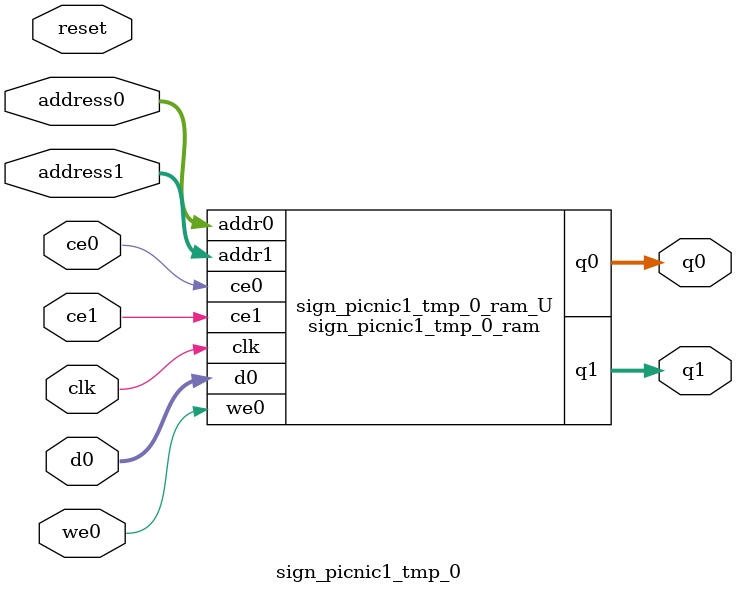
<source format=v>
`timescale 1 ns / 1 ps
module sign_picnic1_tmp_0_ram (addr0, ce0, d0, we0, q0, addr1, ce1, q1,  clk);

parameter DWIDTH = 8;
parameter AWIDTH = 6;
parameter MEM_SIZE = 36;

input[AWIDTH-1:0] addr0;
input ce0;
input[DWIDTH-1:0] d0;
input we0;
output reg[DWIDTH-1:0] q0;
input[AWIDTH-1:0] addr1;
input ce1;
output reg[DWIDTH-1:0] q1;
input clk;

(* ram_style = "distributed" *)reg [DWIDTH-1:0] ram[0:MEM_SIZE-1];




always @(posedge clk)  
begin 
    if (ce0) begin
        if (we0) 
            ram[addr0] <= d0; 
        q0 <= ram[addr0];
    end
end


always @(posedge clk)  
begin 
    if (ce1) begin
        q1 <= ram[addr1];
    end
end


endmodule

`timescale 1 ns / 1 ps
module sign_picnic1_tmp_0(
    reset,
    clk,
    address0,
    ce0,
    we0,
    d0,
    q0,
    address1,
    ce1,
    q1);

parameter DataWidth = 32'd8;
parameter AddressRange = 32'd36;
parameter AddressWidth = 32'd6;
input reset;
input clk;
input[AddressWidth - 1:0] address0;
input ce0;
input we0;
input[DataWidth - 1:0] d0;
output[DataWidth - 1:0] q0;
input[AddressWidth - 1:0] address1;
input ce1;
output[DataWidth - 1:0] q1;



sign_picnic1_tmp_0_ram sign_picnic1_tmp_0_ram_U(
    .clk( clk ),
    .addr0( address0 ),
    .ce0( ce0 ),
    .we0( we0 ),
    .d0( d0 ),
    .q0( q0 ),
    .addr1( address1 ),
    .ce1( ce1 ),
    .q1( q1 ));

endmodule


</source>
